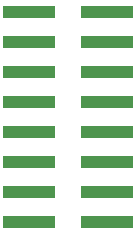
<source format=gbr>
%TF.GenerationSoftware,KiCad,Pcbnew,(6.0.11)*%
%TF.CreationDate,2024-01-12T21:04:37+00:00*%
%TF.ProjectId,EcoIDSwitch,45636f49-4453-4776-9974-63682e6b6963,rev?*%
%TF.SameCoordinates,Original*%
%TF.FileFunction,Paste,Top*%
%TF.FilePolarity,Positive*%
%FSLAX46Y46*%
G04 Gerber Fmt 4.6, Leading zero omitted, Abs format (unit mm)*
G04 Created by KiCad (PCBNEW (6.0.11)) date 2024-01-12 21:04:37*
%MOMM*%
%LPD*%
G01*
G04 APERTURE LIST*
%ADD10R,4.400000X1.100000*%
G04 APERTURE END LIST*
D10*
%TO.C,SW1*%
X158450000Y-70160000D03*
X158450000Y-72700000D03*
X158450000Y-75240000D03*
X158450000Y-77780000D03*
X158450000Y-80320000D03*
X158450000Y-82860000D03*
X158450000Y-85400000D03*
X158450000Y-87940000D03*
X165050000Y-87940000D03*
X165050000Y-85400000D03*
X165050000Y-82860000D03*
X165050000Y-80320000D03*
X165050000Y-77780000D03*
X165050000Y-75240000D03*
X165050000Y-72700000D03*
X165050000Y-70160000D03*
%TD*%
M02*

</source>
